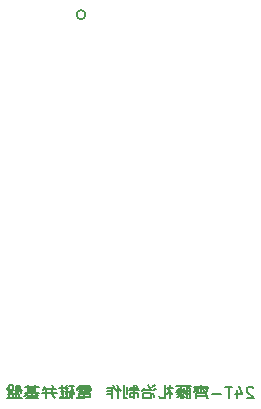
<source format=gbo>
G04 #@! TF.GenerationSoftware,KiCad,Pcbnew,8.0.8*
G04 #@! TF.CreationDate,2025-02-07T18:14:43+09:00*
G04 #@! TF.ProjectId,solenoid valve2020,736f6c65-6e6f-4696-9420-76616c766532,rev?*
G04 #@! TF.SameCoordinates,Original*
G04 #@! TF.FileFunction,Legend,Bot*
G04 #@! TF.FilePolarity,Positive*
%FSLAX46Y46*%
G04 Gerber Fmt 4.6, Leading zero omitted, Abs format (unit mm)*
G04 Created by KiCad (PCBNEW 8.0.8) date 2025-02-07 18:14:43*
%MOMM*%
%LPD*%
G01*
G04 APERTURE LIST*
%ADD10C,0.150000*%
%ADD11C,0.152400*%
G04 APERTURE END LIST*
D10*
X72710839Y-110465057D02*
X72663220Y-110417438D01*
X72663220Y-110417438D02*
X72567982Y-110369819D01*
X72567982Y-110369819D02*
X72329887Y-110369819D01*
X72329887Y-110369819D02*
X72234649Y-110417438D01*
X72234649Y-110417438D02*
X72187030Y-110465057D01*
X72187030Y-110465057D02*
X72139411Y-110560295D01*
X72139411Y-110560295D02*
X72139411Y-110655533D01*
X72139411Y-110655533D02*
X72187030Y-110798390D01*
X72187030Y-110798390D02*
X72758458Y-111369819D01*
X72758458Y-111369819D02*
X72139411Y-111369819D01*
X71282268Y-110703152D02*
X71282268Y-111369819D01*
X71520363Y-110322200D02*
X71758458Y-111036485D01*
X71758458Y-111036485D02*
X71139411Y-111036485D01*
X70901315Y-110369819D02*
X70329887Y-110369819D01*
X70615601Y-111369819D02*
X70615601Y-110369819D01*
X69996553Y-110988866D02*
X69234649Y-110988866D01*
X68901315Y-110369819D02*
X67710839Y-110369819D01*
X68710839Y-111179342D02*
X67853696Y-111179342D01*
X68282268Y-110560295D02*
X68282268Y-110798390D01*
X68282268Y-110226961D02*
X68282268Y-110369819D01*
X68044173Y-110512676D02*
X68044173Y-110798390D01*
X68663220Y-110941247D02*
X67853696Y-110893628D01*
X67853696Y-110893628D02*
X67853696Y-111369819D01*
X68425125Y-110465057D02*
X68329887Y-110512676D01*
X67853696Y-110607914D02*
X67663220Y-110798390D01*
X67853696Y-110512676D02*
X67758458Y-110750771D01*
X68139411Y-110417438D02*
X68234649Y-110512676D01*
X68710839Y-110512676D02*
X68806077Y-110750771D01*
X68520363Y-110798390D02*
X68663220Y-110798390D01*
X68806077Y-111322200D02*
X68901315Y-111369819D01*
X67758458Y-110465057D02*
X68091792Y-110512676D01*
X68663220Y-110941247D02*
X68758458Y-111274580D01*
X68853696Y-110512676D02*
X68472744Y-110512676D01*
X68472744Y-110512676D02*
X68520363Y-110798390D01*
X67853696Y-110750771D02*
X68139411Y-110798390D01*
X67425125Y-110322200D02*
X66187030Y-110322200D01*
X66948935Y-110655533D02*
X66234649Y-110655533D01*
X67329887Y-110750771D02*
X67044173Y-110750771D01*
X66996554Y-110846009D02*
X66187030Y-110846009D01*
X67329887Y-110988866D02*
X67044173Y-110988866D01*
X67044173Y-110226961D02*
X67044173Y-110465057D01*
X66567983Y-110226961D02*
X66567983Y-110465057D01*
X66853697Y-111036485D02*
X66758459Y-111084104D01*
X66472744Y-110798390D02*
X66234649Y-110988866D01*
X66710840Y-110798390D02*
X66996554Y-111036485D01*
X66377506Y-110512676D02*
X66425125Y-110607914D01*
X66377506Y-110988866D02*
X66472744Y-111084104D01*
X66853697Y-110512676D02*
X66806078Y-110607914D01*
X66520364Y-110655533D02*
X66425125Y-110893628D01*
X66520364Y-111179342D02*
X66234649Y-111274580D01*
X66615602Y-110512676D02*
X66806078Y-110893628D01*
X66663221Y-111226961D02*
X66948935Y-111274580D01*
X67329887Y-110512676D02*
X67044173Y-110512676D01*
X67044173Y-110512676D02*
X67044173Y-111369819D01*
X67044173Y-111369819D02*
X67187030Y-111369819D01*
X66615602Y-110941247D02*
X66615602Y-111369819D01*
X66615602Y-111369819D02*
X66710840Y-111369819D01*
X67329887Y-110512676D02*
X67329887Y-111036485D01*
X67329887Y-111036485D02*
X67377506Y-111369819D01*
X65187031Y-111369819D02*
X64758459Y-111369819D01*
X65663221Y-110226961D02*
X65663221Y-110465057D01*
X65615602Y-110750771D02*
X65615602Y-111369819D01*
X65187031Y-110274580D02*
X65187031Y-111322200D01*
X65615602Y-110750771D02*
X65425126Y-110988866D01*
X65901316Y-110512676D02*
X65425126Y-110512676D01*
X65425126Y-110512676D02*
X65520364Y-110655533D01*
X65520364Y-110655533D02*
X65853697Y-110988866D01*
X64710840Y-111131723D02*
X64758459Y-111369819D01*
X64044174Y-110703152D02*
X63282269Y-110703152D01*
X63996555Y-111322200D02*
X63377507Y-111322200D01*
X63996555Y-110893628D02*
X63996555Y-111369819D01*
X63996555Y-110893628D02*
X63377507Y-110893628D01*
X63377507Y-110893628D02*
X63377507Y-111369819D01*
X63520364Y-110465057D02*
X63234650Y-110750771D01*
X64377507Y-110274580D02*
X64139412Y-110369819D01*
X64472745Y-110607914D02*
X64234650Y-110703152D01*
X64187031Y-110941247D02*
X64329888Y-111274580D01*
X63758460Y-110226961D02*
X63996555Y-110703152D01*
X62901317Y-110465057D02*
X62282270Y-110465057D01*
X62996555Y-110655533D02*
X62187032Y-110655533D01*
X62472746Y-111274580D02*
X62282270Y-111274580D01*
X61996555Y-111369819D02*
X61758460Y-111369819D01*
X62901317Y-110893628D02*
X62901317Y-111274580D01*
X62615603Y-110226961D02*
X62615603Y-111369819D01*
X62901317Y-110893628D02*
X62282270Y-110893628D01*
X62282270Y-110893628D02*
X62282270Y-111274580D01*
X61996555Y-110369819D02*
X61996555Y-111036485D01*
X61758460Y-110226961D02*
X61758460Y-111369819D01*
X62806079Y-110274580D02*
X62948936Y-110607914D01*
X60948937Y-110512676D02*
X60282270Y-110512676D01*
X60758461Y-110750771D02*
X60282270Y-110750771D01*
X60758461Y-111036485D02*
X60282270Y-111036485D01*
X61282270Y-110465057D02*
X61282270Y-111369819D01*
X60758461Y-110465057D02*
X60758461Y-111369819D01*
X61187032Y-110274580D02*
X61329889Y-110560295D01*
X61329889Y-110560295D02*
X61520365Y-110750771D01*
X60853699Y-110274580D02*
X60996556Y-110607914D01*
X60996556Y-110607914D02*
X61139413Y-110750771D01*
X58901318Y-110322200D02*
X57901318Y-110322200D01*
X58853699Y-110607914D02*
X58567985Y-110607914D01*
X58282271Y-110607914D02*
X57948937Y-110607914D01*
X58901318Y-110750771D02*
X58567985Y-110750771D01*
X58282271Y-110750771D02*
X57901318Y-110750771D01*
X58853699Y-111036485D02*
X57901318Y-111036485D01*
X58853699Y-111226961D02*
X57901318Y-111226961D01*
X58377509Y-111369819D02*
X57806080Y-111369819D01*
X58996556Y-110465057D02*
X58996556Y-110655533D01*
X58853699Y-110893628D02*
X58853699Y-111274580D01*
X58425128Y-110322200D02*
X58425128Y-110798390D01*
X58377509Y-110893628D02*
X58377509Y-111369819D01*
X58853699Y-110893628D02*
X57901318Y-110893628D01*
X57901318Y-110893628D02*
X57901318Y-111226961D01*
X58996556Y-110465057D02*
X57806080Y-110465057D01*
X57806080Y-110465057D02*
X57806080Y-110655533D01*
X57758461Y-111226961D02*
X57806080Y-111369819D01*
X57520366Y-110322200D02*
X57091795Y-110322200D01*
X57044176Y-110465057D02*
X56282271Y-110465057D01*
X57377509Y-111226961D02*
X57139414Y-111226961D01*
X57377509Y-110607914D02*
X57377509Y-111322200D01*
X57425128Y-110750771D02*
X57139414Y-110750771D01*
X57139414Y-110750771D02*
X57139414Y-111226961D01*
X57044176Y-110798390D02*
X56853700Y-110988866D01*
X56663224Y-110846009D02*
X56472747Y-111036485D01*
X56901319Y-110226961D02*
X56853700Y-110417438D01*
X56472747Y-110560295D02*
X56615605Y-110846009D01*
X56377509Y-110750771D02*
X56663224Y-111322200D01*
X56853700Y-110560295D02*
X56996557Y-110846009D01*
X56758462Y-110750771D02*
X57044176Y-111322200D01*
X56472747Y-110226961D02*
X56520366Y-110417438D01*
X57329890Y-110417438D02*
X57520366Y-110988866D01*
X57329890Y-110369819D02*
X57472747Y-110893628D01*
X56806081Y-111131723D02*
X56758462Y-111322200D01*
X56758462Y-111322200D02*
X57091795Y-111322200D01*
X56377509Y-111131723D02*
X56329890Y-111322200D01*
X56329890Y-111322200D02*
X56663224Y-111322200D01*
X55996557Y-110560295D02*
X54901319Y-110560295D01*
X56044176Y-110893628D02*
X54806081Y-110893628D01*
X55139415Y-110655533D02*
X55139415Y-111369819D01*
X55091795Y-110417438D02*
X54853700Y-110655533D01*
X55615605Y-110274580D02*
X55806081Y-110560295D01*
X55663224Y-110607914D02*
X55663224Y-110893628D01*
X55663224Y-110893628D02*
X55758462Y-111131723D01*
X55758462Y-111131723D02*
X55948938Y-111369819D01*
X54520367Y-110417438D02*
X53377510Y-110417438D01*
X54234653Y-110560295D02*
X53615605Y-110560295D01*
X54234653Y-110750771D02*
X53615605Y-110750771D01*
X54567986Y-110893628D02*
X53329891Y-110893628D01*
X54282272Y-111131723D02*
X53615605Y-111131723D01*
X54472748Y-111369819D02*
X53425129Y-111369819D01*
X53948939Y-110988866D02*
X53948939Y-111369819D01*
X54234653Y-110226961D02*
X54234653Y-110893628D01*
X54234653Y-110893628D02*
X54472748Y-111179342D01*
X53615605Y-110226961D02*
X53615605Y-110893628D01*
X53615605Y-110893628D02*
X53520367Y-111084104D01*
X53520367Y-111084104D02*
X53282272Y-111179342D01*
X53091796Y-110655533D02*
X52520368Y-110655533D01*
X53091796Y-111369819D02*
X51853701Y-111369819D01*
X52901320Y-111036485D02*
X52901320Y-111369819D01*
X52758463Y-110703152D02*
X52758463Y-110846009D01*
X52615606Y-111036485D02*
X52615606Y-111369819D01*
X52329892Y-111036485D02*
X52329892Y-111369819D01*
X52901320Y-111036485D02*
X52044177Y-111036485D01*
X52044177Y-111036485D02*
X52044177Y-111369819D01*
X52806082Y-110417438D02*
X52758463Y-110560295D01*
X52329892Y-110703152D02*
X52187035Y-110846009D01*
X52187035Y-110846009D02*
X51901320Y-110988866D01*
X52329892Y-110274580D02*
X52044177Y-110274580D01*
X52044177Y-110274580D02*
X52044177Y-110560295D01*
X52044177Y-110560295D02*
X51853701Y-110512676D01*
X51853701Y-110512676D02*
X51853701Y-110560295D01*
X52425130Y-110655533D02*
X51948939Y-110655533D01*
X51948939Y-110655533D02*
X52139415Y-110846009D01*
X52139415Y-110846009D02*
X52425130Y-110988866D01*
X52948939Y-110322200D02*
X52567987Y-110322200D01*
X52567987Y-110322200D02*
X52567987Y-110941247D01*
X52567987Y-110941247D02*
X52710844Y-110941247D01*
X52329892Y-110274580D02*
X52377511Y-110560295D01*
X52948939Y-110322200D02*
X52948939Y-110655533D01*
X52948939Y-110655533D02*
X52996558Y-110893628D01*
X52758463Y-110274580D02*
X52806082Y-110322200D01*
D11*
G04 #@! TO.C,CN1*
X58492000Y-78889000D02*
G75*
G02*
X57730000Y-78889000I-381000J0D01*
G01*
X57730000Y-78889000D02*
G75*
G02*
X58492000Y-78889000I381000J0D01*
G01*
G04 #@! TD*
M02*

</source>
